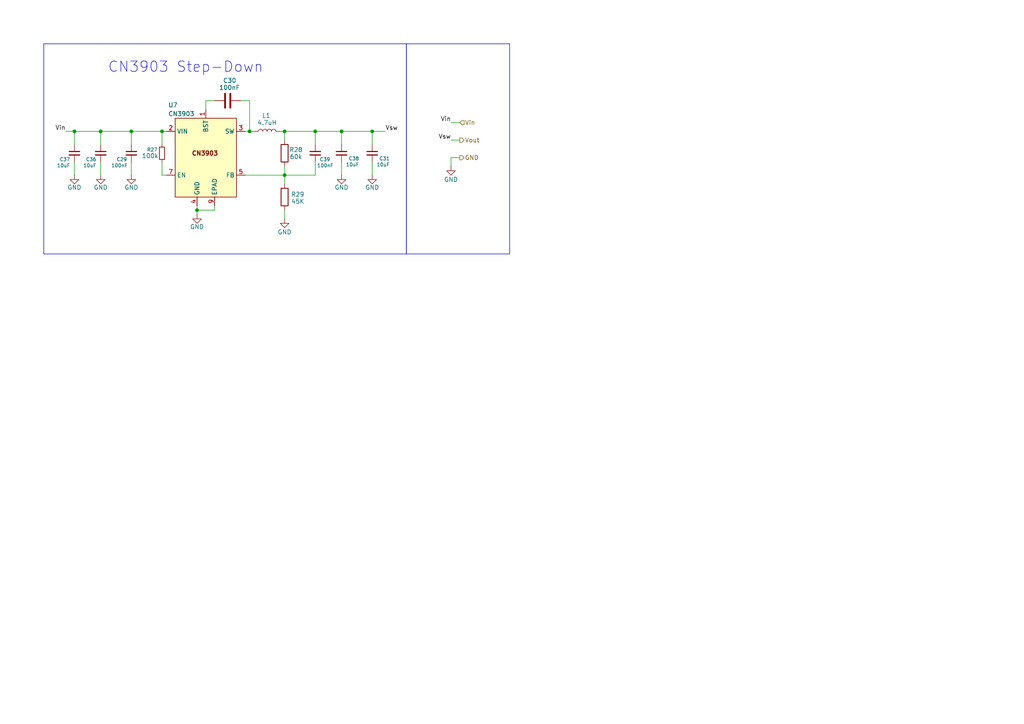
<source format=kicad_sch>
(kicad_sch (version 20250114) (generator "eeschema") (generator_version "9.0")
  (paper "A4")
  (lib_symbols
    (symbol "Device:C" (pin_numbers (hide yes)) (pin_names (offset 0.254))
      (property "Reference" "C" (at 0.635 2.54 0))
      (property "Value" "C" (at 0.635 -2.54 0))
      (symbol "C_0_1"
        (polyline (pts (xy -2.032 0.762) (xy 2.032 0.762)) (stroke (width 0.508)))
        (polyline (pts (xy -2.032 -0.762) (xy 2.032 -0.762)) (stroke (width 0.508)))
      )
      (symbol "C_1_1"
        (pin passive line (at 0 3.81 270) (length 2.794) (name "~") (number "1"))
        (pin passive line (at 0 -3.81 90) (length 2.794) (name "~") (number "2"))
      )
    )
    (symbol "Device:C_Small" (pin_numbers (hide yes)) (pin_names (offset 0.254) (hide yes))
      (property "Reference" "C" (at 0.254 1.778 0))
      (property "Value" "C_Small" (at 0.254 -2.032 0))
      (symbol "C_Small_0_1"
        (polyline (pts (xy -1.524 0.508) (xy 1.524 0.508)) (stroke (width 0.3048)))
        (polyline (pts (xy -1.524 -0.508) (xy 1.524 -0.508)) (stroke (width 0.3302)))
      )
      (symbol "C_Small_1_1"
        (pin passive line (at 0 2.54 270) (length 2.032) (name "~") (number "1"))
        (pin passive line (at 0 -2.54 90) (length 2.032) (name "~") (number "2"))
      )
    )
    (symbol "Device:L" (pin_numbers (hide yes)) (pin_names (offset 1.016) (hide yes))
      (property "Reference" "L" (at -1.27 0 90))
      (property "Value" "L" (at 1.905 0 90))
      (symbol "L_0_1"
        (arc (start 0 2.54) (mid 0.6323 1.905) (end 0 1.27))
        (arc (start 0 1.27) (mid 0.6323 0.635) (end 0 0))
        (arc (start 0 0) (mid 0.6323 -0.635) (end 0 -1.27))
        (arc (start 0 -1.27) (mid 0.6323 -1.905) (end 0 -2.54))
      )
      (symbol "L_1_1"
        (pin passive line (at 0 3.81 270) (length 1.27) (name "1") (number "1"))
        (pin passive line (at 0 -3.81 90) (length 1.27) (name "2") (number "2"))
      )
    )
    (symbol "Device:R" (pin_numbers (hide yes)) (pin_names (offset 0))
      (property "Reference" "R" (at 2.032 0 90))
      (property "Value" "R" (at 0 0 90))
      (symbol "R_0_1"
        (rectangle (start -1.016 -2.54) (end 1.016 2.54) (stroke (width 0.254)))
      )
      (symbol "R_1_1"
        (pin passive line (at 0 3.81 270) (length 1.27) (name "~") (number "1"))
        (pin passive line (at 0 -3.81 90) (length 1.27) (name "~") (number "2"))
      )
    )
    (symbol "Device:R_Small" (pin_numbers (hide yes)) (pin_names (offset 0.254) (hide yes))
      (property "Reference" "R" (at 0 0 90))
      (property "Value" "R_Small" (at 1.778 0 90))
      (symbol "R_Small_0_1"
        (rectangle (start -0.762 1.778) (end 0.762 -1.778) (stroke (width 0.2032)))
      )
      (symbol "R_Small_1_1"
        (pin passive line (at 0 2.54 270) (length 0.762) (name "~") (number "1"))
        (pin passive line (at 0 -2.54 90) (length 0.762) (name "~") (number "2"))
      )
    )
    (symbol "MixLib:CN3903"
      (property "Reference" "U10" (at -10.922 15.24 0))
      (property "Value" "CN3903" (at -10.922 12.7 0))
      (symbol "CN3903_1_1"
        (rectangle (start -8.89 11.43) (end 8.89 -11.43) (stroke (width 0.2)) (fill (type color) (color 255 255 194 1)))
        (text "CN3903" (at -0.254 1.27 0) (effects (font (size 1.27 1.27) (bold yes))))
        (pin power_in line (at -11.43 7.62 0) (length 2.54) (name "VIN") (number "2"))
        (pin no_connect line (at -11.43 1.27 0) (length 2.54) (hide yes) (name "NC") (number "6"))
        (pin output line (at -11.43 -5.08 0) (length 2.54) (name "EN") (number "7"))
        (pin power_in line (at -2.54 -13.97 90) (length 2.54) (name "GND") (number "4"))
        (pin input line (at 0 13.97 270) (length 2.54) (name "BST") (number "1"))
        (pin power_in line (at 2.54 -13.97 90) (length 2.54) (name "EPAD") (number "9"))
        (pin power_out line (at 11.43 7.62 180) (length 2.54) (name "SW") (number "3"))
        (pin no_connect line (at 11.43 1.27 180) (length 2.54) (hide yes) (name "NC") (number "8"))
        (pin output line (at 11.43 -5.08 180) (length 2.54) (name "FB") (number "5"))
      )
    )
    (symbol "power:GND" (power) (pin_numbers (hide yes)) (pin_names (offset 0) (hide yes))
      (property "Value" "GND" (at 0 -3.81 0))
      (symbol "GND_0_1"
        (polyline (pts (xy 0 0) (xy 0 -1.27) (xy 1.27 -1.27) (xy 0 -2.54) (xy -1.27 -1.27) (xy 0 -1.27)))
      )
      (symbol "GND_1_1"
        (pin power_in line (at 0 0 270) (length 0) (name "~") (number "1"))
      )
    )
  )
  (rectangle (start 117.856 12.7) (end 147.828 73.66))
  (rectangle (start 12.7 12.7) (end 117.856 73.66))
  (text "CN3903 Step-Down" (at 53.848 19.558 0) (effects (font (size 3 3))))
  (junction (at 99.06 38.1))
  (junction (at 29.21 38.1))
  (junction (at 82.55 50.8))
  (junction (at 21.59 38.1))
  (junction (at 72.39 38.1))
  (junction (at 107.95 38.1))
  (junction (at 82.55 38.1))
  (junction (at 46.99 38.1))
  (junction (at 38.1 38.1))
  (junction (at 91.44 38.1))
  (junction (at 57.15 60.96))
  (wire (pts (xy 62.23 29.21) (xy 59.69 29.21)))
  (wire (pts (xy 71.12 38.1) (xy 72.39 38.1)))
  (wire (pts (xy 38.1 41.91) (xy 38.1 38.1)))
  (wire (pts (xy 62.23 59.69) (xy 62.23 60.96)))
  (wire (pts (xy 46.99 38.1) (xy 48.26 38.1)))
  (wire (pts (xy 59.69 29.21) (xy 59.69 31.75)))
  (wire (pts (xy 130.81 40.64) (xy 133.35 40.64)))
  (wire (pts (xy 19.05 38.1) (xy 21.59 38.1)))
  (wire (pts (xy 99.06 38.1) (xy 99.06 41.91)))
  (wire (pts (xy 29.21 38.1) (xy 38.1 38.1)))
  (wire (pts (xy 46.99 41.91) (xy 46.99 38.1)))
  (wire (pts (xy 21.59 41.91) (xy 21.59 38.1)))
  (wire (pts (xy 82.55 50.8) (xy 82.55 48.26)))
  (wire (pts (xy 107.95 38.1) (xy 111.76 38.1)))
  (wire (pts (xy 130.81 45.72) (xy 133.35 45.72)))
  (wire (pts (xy 82.55 60.96) (xy 82.55 63.5)))
  (wire (pts (xy 82.55 50.8) (xy 91.44 50.8)))
  (wire (pts (xy 46.99 50.8) (xy 48.26 50.8)))
  (wire (pts (xy 82.55 40.64) (xy 82.55 38.1)))
  (wire (pts (xy 21.59 38.1) (xy 29.21 38.1)))
  (wire (pts (xy 72.39 29.21) (xy 72.39 38.1)))
  (wire (pts (xy 82.55 38.1) (xy 81.28 38.1)))
  (wire (pts (xy 71.12 50.8) (xy 82.55 50.8)))
  (wire (pts (xy 29.21 46.99) (xy 29.21 50.8)))
  (wire (pts (xy 73.66 38.1) (xy 72.39 38.1)))
  (wire (pts (xy 99.06 46.99) (xy 99.06 50.8)))
  (wire (pts (xy 82.55 38.1) (xy 91.44 38.1)))
  (wire (pts (xy 130.81 35.56) (xy 133.35 35.56)))
  (wire (pts (xy 57.15 59.69) (xy 57.15 60.96)))
  (wire (pts (xy 62.23 60.96) (xy 57.15 60.96)))
  (wire (pts (xy 38.1 46.99) (xy 38.1 50.8)))
  (wire (pts (xy 107.95 46.99) (xy 107.95 50.8)))
  (wire (pts (xy 38.1 38.1) (xy 46.99 38.1)))
  (wire (pts (xy 91.44 38.1) (xy 91.44 41.91)))
  (wire (pts (xy 46.99 46.99) (xy 46.99 50.8)))
  (wire (pts (xy 107.95 38.1) (xy 107.95 41.91)))
  (wire (pts (xy 99.06 38.1) (xy 107.95 38.1)))
  (wire (pts (xy 130.81 48.26) (xy 130.81 45.72)))
  (wire (pts (xy 57.15 60.96) (xy 57.15 62.23)))
  (wire (pts (xy 91.44 46.99) (xy 91.44 50.8)))
  (wire (pts (xy 82.55 50.8) (xy 82.55 53.34)))
  (wire (pts (xy 91.44 38.1) (xy 99.06 38.1)))
  (wire (pts (xy 29.21 41.91) (xy 29.21 38.1)))
  (wire (pts (xy 21.59 46.99) (xy 21.59 50.8)))
  (wire (pts (xy 72.39 29.21) (xy 69.85 29.21)))
  (label "Vsw" (at 111.76 38.1 0))
  (label "Vsw" (at 130.81 40.64 180))
  (label "Vin" (at 19.05 38.1 180))
  (label "Vin" (at 130.81 35.56 180))
  (hierarchical_label "Vout" (shape output) (at 133.35 40.64 0))
  (hierarchical_label "Vin" (shape input) (at 133.35 35.56 0))
  (hierarchical_label "GND" (shape output) (at 133.35 45.72 0))
  (symbol (lib_id "Device:C") (at 66.04 29.21 90) (unit 1)
    (property "Reference" "C30" (at 68.58 23.368 90) (effects (justify left)))
    (property "Value" "100nF" (at 69.596 25.4 90) (effects (justify left)))
    (property "Footprint" "Capacitor_SMD:C_0402_1005Metric_Pad0.74x0.62mm_HandSolder" (effects (hide yes)))
  )
  (symbol (lib_id "power:GND") (at 99.06 50.8 0) (unit 1)
    (property "Reference" "#PWR070" (effects (hide yes)))
    (property "Value" "GND" (at 99.06 54.356 0))
    (property "Description" "Power symbol creates a global label with name \"GND\" , ground" (effects (hide yes)))
  )
  (symbol (lib_id "Device:C_Small") (at 21.59 44.45 0) (unit 1)
    (property "Reference" "C37" (at 17.272 46.228 0) (effects (font (size 1 1)) (justify left)))
    (property "Value" "10uF" (at 16.51 48.006 0) (effects (font (size 1 1)) (justify left)))
    (property "Footprint" "Capacitor_SMD:C_0603_1608Metric" (effects (hide yes)))
    (property "Description" "Unpolarized capacitor, small symbol" (effects (hide yes)))
  )
  (symbol (lib_id "Device:R") (at 82.55 44.45 0) (unit 1)
    (property "Reference" "R28" (at 85.852 43.434 0))
    (property "Value" "60k" (at 85.852 45.466 0))
    (property "Footprint" "Resistor_SMD:R_0402_1005Metric_Pad0.72x0.64mm_HandSolder" (effects (hide yes)))
  )
  (symbol (lib_id "power:GND") (at 38.1 50.8 0) (unit 1)
    (property "Reference" "#PWR053" (effects (hide yes)))
    (property "Value" "GND" (at 38.1 54.356 0))
    (property "Description" "Power symbol creates a global label with name \"GND\" , ground" (effects (hide yes)))
  )
  (symbol (lib_id "power:GND") (at 82.55 63.5 0) (unit 1)
    (property "Reference" "#PWR056" (effects (hide yes)))
    (property "Value" "GND" (at 82.55 67.31 0))
  )
  (symbol (lib_id "power:GND") (at 130.81 48.26 0) (unit 1)
    (property "Reference" "#PWR057" (effects (hide yes)))
    (property "Value" "GND" (at 130.81 52.07 0))
  )
  (symbol (lib_id "MixLib:CN3903") (at 59.69 45.72 0) (unit 1)
    (property "Reference" "U7" (at 48.768 30.48 0) (effects (justify left)))
    (property "Value" "CN3903" (at 48.768 33.02 0) (effects (justify left)))
    (property "Footprint" "Package_SO:SOIC-8-1EP_3.9x4.9mm_P1.27mm_EP2.41x3.3mm_ThermalVias" (effects (hide yes)))
    (property "Datasheet" "https://datasheet4u.com/pdf-down/C/N/3/CN3903-Chipnet.pdf" (effects (hide yes)))
    (property "Description" "36V 3.5A 500KHz Synchronous Step-Down Converter" (effects (hide yes)))
  )
  (symbol (lib_id "Device:R_Small") (at 46.99 44.45 0) (mirror x) (unit 1)
    (property "Reference" "R27" (at 45.72 43.434 0) (effects (font (size 1.016 1.016)) (justify right)))
    (property "Value" "100k" (at 45.974 45.212 0) (effects (justify right)))
    (property "Footprint" "PCM_Resistor_SMD_AKL:R_0603_1608Metric" (effects (hide yes)))
    (property "Description" "Resistor, small symbol" (effects (hide yes)))
  )
  (symbol (lib_id "power:GND") (at 21.59 50.8 0) (unit 1)
    (property "Reference" "#PWR068" (effects (hide yes)))
    (property "Value" "GND" (at 21.59 54.356 0))
    (property "Description" "Power symbol creates a global label with name \"GND\" , ground" (effects (hide yes)))
  )
  (symbol (lib_id "Device:C_Small") (at 91.44 44.45 0) (unit 1)
    (property "Reference" "C39" (at 92.71 46.228 0) (effects (font (size 1 1)) (justify left)))
    (property "Value" "100nF" (at 91.948 48.006 0) (effects (font (size 1 1)) (justify left)))
    (property "Footprint" "Capacitor_SMD:C_0402_1005Metric_Pad0.74x0.62mm_HandSolder" (effects (hide yes)))
    (property "Description" "Unpolarized capacitor, small symbol" (effects (hide yes)))
  )
  (symbol (lib_id "Device:C_Small") (at 29.21 44.45 0) (unit 1)
    (property "Reference" "C36" (at 24.892 46.228 0) (effects (font (size 1 1)) (justify left)))
    (property "Value" "10uF" (at 24.13 48.006 0) (effects (font (size 1 1)) (justify left)))
    (property "Footprint" "Capacitor_SMD:C_0603_1608Metric" (effects (hide yes)))
    (property "Description" "Unpolarized capacitor, small symbol" (effects (hide yes)))
  )
  (symbol (lib_id "power:GND") (at 107.95 50.8 0) (unit 1)
    (property "Reference" "#PWR071" (effects (hide yes)))
    (property "Value" "GND" (at 107.95 54.356 0))
    (property "Description" "Power symbol creates a global label with name \"GND\" , ground" (effects (hide yes)))
  )
  (symbol (lib_id "Device:C_Small") (at 38.1 44.45 0) (unit 1)
    (property "Reference" "C29" (at 33.782 46.228 0) (effects (font (size 1 1)) (justify left)))
    (property "Value" "100nF" (at 32.258 48.006 0) (effects (font (size 1 1)) (justify left)))
    (property "Footprint" "Capacitor_SMD:C_0603_1608Metric" (effects (hide yes)))
    (property "Description" "Unpolarized capacitor, small symbol" (effects (hide yes)))
  )
  (symbol (lib_id "power:GND") (at 29.21 50.8 0) (unit 1)
    (property "Reference" "#PWR067" (effects (hide yes)))
    (property "Value" "GND" (at 29.21 54.356 0))
    (property "Description" "Power symbol creates a global label with name \"GND\" , ground" (effects (hide yes)))
  )
  (symbol (lib_id "Device:C_Small") (at 99.06 44.45 0) (unit 1)
    (property "Reference" "C38" (at 101.092 45.974 0) (effects (font (size 1 1)) (justify left)))
    (property "Value" "10uF" (at 100.33 47.752 0) (effects (font (size 1 1)) (justify left)))
    (property "Footprint" "Capacitor_SMD:C_0805_2012Metric" (effects (hide yes)))
    (property "Description" "Unpolarized capacitor, small symbol" (effects (hide yes)))
  )
  (symbol (lib_id "power:GND") (at 57.15 62.23 0) (unit 1)
    (property "Reference" "#PWR054" (effects (hide yes)))
    (property "Value" "GND" (at 57.15 65.786 0))
    (property "Description" "Power symbol creates a global label with name \"GND\" , ground" (effects (hide yes)))
  )
  (symbol (lib_id "Device:C_Small") (at 107.95 44.45 0) (unit 1)
    (property "Reference" "C31" (at 109.982 45.974 0) (effects (font (size 1 1)) (justify left)))
    (property "Value" "10uF" (at 109.22 47.752 0) (effects (font (size 1 1)) (justify left)))
    (property "Footprint" "Capacitor_SMD:C_0805_2012Metric" (effects (hide yes)))
    (property "Description" "Unpolarized capacitor, small symbol" (effects (hide yes)))
  )
  (symbol (lib_id "Device:R") (at 82.55 57.15 180) (unit 1)
    (property "Reference" "R29" (at 86.36 56.388 0))
    (property "Value" "45K" (at 86.36 58.42 0))
    (property "Footprint" "Resistor_SMD:R_0402_1005Metric_Pad0.72x0.64mm_HandSolder" (effects (hide yes)))
  )
  (symbol (lib_id "Device:L") (at 77.47 38.1 90) (unit 1)
    (property "Reference" "L1" (at 77.216 33.528 90))
    (property "Value" "4.7uH" (at 77.47 35.56 90))
    (property "Footprint" "Inductor_SMD:L_Wuerth_HCM-7050" (effects (hide yes)))
  )
)
</source>
